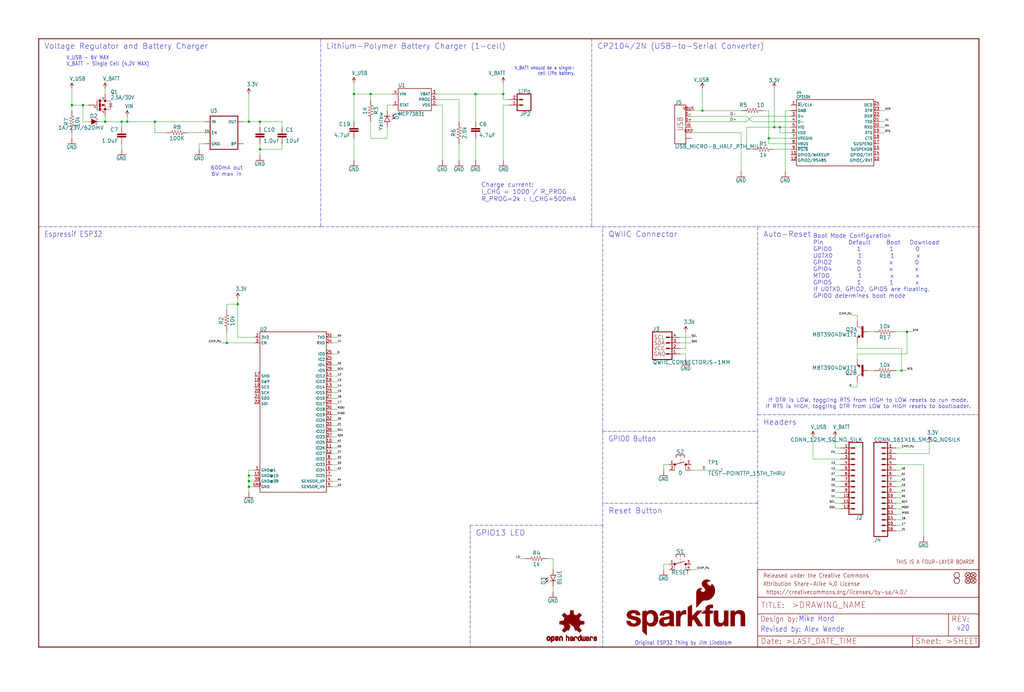
<source format=kicad_sch>
(kicad_sch (version 20211123) (generator eeschema)
  (paper "User" 470.306 317.906)
  (lib_symbols
    (symbol "eagleSchem-eagle-import:1.0UF-0402-16V-10%"
      (property "Reference" "C" (at 1.524 2.921 0))
      (property "Value" "1.0UF-0402-16V-10%" (at 1.524 -2.159 0))
      (symbol "1.0UF-0402-16V-10%_1_0"
        (pin passive line (at 0 5.08 270) (length 2.54) (name "1") (number "1"))
        (pin passive line (at 0 -2.54 90) (length 2.54) (name "2") (number "2"))
      )
    )
    (symbol "eagleSchem-eagle-import:1.0UF-0603-16V-10%-X7R"
      (property "Reference" "C" (at 1.524 2.921 0))
      (property "Value" "1.0UF-0603-16V-10%-X7R" (at 1.524 -2.159 0))
      (symbol "1.0UF-0603-16V-10%-X7R_1_0"
        (pin passive line (at 0 5.08 270) (length 2.54) (name "1") (number "1"))
        (pin passive line (at 0 -2.54 90) (length 2.54) (name "2") (number "2"))
      )
    )
    (symbol "eagleSchem-eagle-import:100KOHM-0402-1{slash}16W-1%"
      (property "Reference" "R" (at 0 1.524 0))
      (property "Value" "100KOHM-0402-1{slash}16W-1%" (at 0 -1.524 0))
      (symbol "100KOHM-0402-1{slash}16W-1%_1_0"
        (pin passive line (at -5.08 0 0) (length 2.54) (name "1") (number "1"))
        (pin passive line (at 5.08 0 180) (length 2.54) (name "2") (number "2"))
      )
    )
    (symbol "eagleSchem-eagle-import:10KOHM-0603-1{slash}10W-1%"
      (property "Reference" "R" (at 0 1.524 0))
      (property "Value" "10KOHM-0603-1{slash}10W-1%" (at 0 -1.524 0))
      (symbol "10KOHM-0603-1{slash}10W-1%_1_0"
        (pin passive line (at -5.08 0 0) (length 2.54) (name "1") (number "1"))
        (pin passive line (at 5.08 0 180) (length 2.54) (name "2") (number "2"))
      )
    )
    (symbol "eagleSchem-eagle-import:10OHM-0603-1{slash}10W-5%"
      (property "Reference" "R" (at 0 1.524 0))
      (property "Value" "10OHM-0603-1{slash}10W-5%" (at 0 -1.524 0))
      (symbol "10OHM-0603-1{slash}10W-5%_1_0"
        (pin passive line (at -5.08 0 0) (length 2.54) (name "1") (number "1"))
        (pin passive line (at 5.08 0 180) (length 2.54) (name "2") (number "2"))
      )
    )
    (symbol "eagleSchem-eagle-import:10UF-0603-6.3V-20%"
      (property "Reference" "C" (at 1.524 2.921 0))
      (property "Value" "10UF-0603-6.3V-20%" (at 1.524 -2.159 0))
      (symbol "10UF-0603-6.3V-20%_1_0"
        (pin passive line (at 0 5.08 270) (length 2.54) (name "1") (number "1"))
        (pin passive line (at 0 -2.54 90) (length 2.54) (name "2") (number "2"))
      )
    )
    (symbol "eagleSchem-eagle-import:1KOHM-0603-1{slash}10W-1%"
      (property "Reference" "R" (at 0 1.524 0))
      (property "Value" "1KOHM-0603-1{slash}10W-1%" (at 0 -1.524 0))
      (symbol "1KOHM-0603-1{slash}10W-1%_1_0"
        (pin passive line (at -5.08 0 0) (length 2.54) (name "1") (number "1"))
        (pin passive line (at 5.08 0 180) (length 2.54) (name "2") (number "2"))
      )
    )
    (symbol "eagleSchem-eagle-import:1KOHM-1{slash}10W-1%(0603)"
      (property "Reference" "R" (at 0 1.524 0))
      (property "Value" "1KOHM-1{slash}10W-1%(0603)" (at 0 -1.524 0))
      (symbol "1KOHM-1{slash}10W-1%(0603)_1_0"
        (pin passive line (at -5.08 0 0) (length 2.54) (name "1") (number "1"))
        (pin passive line (at 5.08 0 180) (length 2.54) (name "2") (number "2"))
      )
    )
    (symbol "eagleSchem-eagle-import:2.0KOHM1{slash}10W5%(0603)"
      (property "Reference" "R" (at 0 1.524 0))
      (property "Value" "2.0KOHM1{slash}10W5%(0603)" (at 0 -1.524 0))
      (symbol "2.0KOHM1{slash}10W5%(0603)_1_0"
        (pin passive line (at -5.08 0 0) (length 2.54) (name "1") (number "1"))
        (pin passive line (at 5.08 0 180) (length 2.54) (name "2") (number "2"))
      )
    )
    (symbol "eagleSchem-eagle-import:3.3V" (power)
      (property "Value" "3.3V" (at 0 2.794 0))
      (symbol "3.3V_1_0"
        (pin power_in line (at 0 0 90) (length 2.54) (name "3.3V") (number "1"))
      )
    )
    (symbol "eagleSchem-eagle-import:4.7UF0603"
      (property "Reference" "C" (at 1.524 2.921 0))
      (property "Value" "4.7UF0603" (at 1.524 -2.159 0))
      (symbol "4.7UF0603_1_0"
        (pin passive line (at 0 5.08 270) (length 2.54) (name "1") (number "1"))
        (pin passive line (at 0 -2.54 90) (length 2.54) (name "2") (number "2"))
      )
    )
    (symbol "eagleSchem-eagle-import:CONN_02-JST-2MM-SMT"
      (property "Reference" "J" (at -2.54 5.588 0))
      (property "Value" "CONN_02-JST-2MM-SMT" (at -2.54 -4.826 0))
      (symbol "CONN_02-JST-2MM-SMT_1_0"
        (pin passive line (at 7.62 2.54 180) (length 5.08) (name "2") (number "1"))
        (pin passive line (at 7.62 0 180) (length 5.08) (name "1") (number "2"))
      )
    )
    (symbol "eagleSchem-eagle-import:CONN_12SM_SQ_NO_SILK"
      (property "Reference" "J" (at 0 15.748 0))
      (property "Value" "CONN_12SM_SQ_NO_SILK" (at 0 -20.066 0))
      (symbol "CONN_12SM_SQ_NO_SILK_1_0"
        (pin passive line (at 10.16 -15.24 180) (length 5.08) (name "1") (number "1"))
        (pin passive line (at 10.16 7.62 180) (length 5.08) (name "10") (number "10"))
        (pin passive line (at 10.16 10.16 180) (length 5.08) (name "11") (number "11"))
        (pin passive line (at 10.16 12.7 180) (length 5.08) (name "12") (number "12"))
        (pin passive line (at 10.16 -12.7 180) (length 5.08) (name "2") (number "2"))
        (pin passive line (at 10.16 -10.16 180) (length 5.08) (name "3") (number "3"))
        (pin passive line (at 10.16 -7.62 180) (length 5.08) (name "4") (number "4"))
        (pin passive line (at 10.16 -5.08 180) (length 5.08) (name "5") (number "5"))
        (pin passive line (at 10.16 -2.54 180) (length 5.08) (name "6") (number "6"))
        (pin passive line (at 10.16 0 180) (length 5.08) (name "7") (number "7"))
        (pin passive line (at 10.16 2.54 180) (length 5.08) (name "8") (number "8"))
        (pin passive line (at 10.16 5.08 180) (length 5.08) (name "9") (number "9"))
      )
    )
    (symbol "eagleSchem-eagle-import:CONN_161X16_SM_SQ_NOSILK"
      (property "Reference" "J" (at 0 20.828 0))
      (property "Value" "CONN_161X16_SM_SQ_NOSILK" (at 0 -25.146 0))
      (symbol "CONN_161X16_SM_SQ_NOSILK_1_0"
        (pin passive line (at 10.16 -20.32 180) (length 5.08) (name "1") (number "1"))
        (pin passive line (at 10.16 2.54 180) (length 5.08) (name "10") (number "10"))
        (pin passive line (at 10.16 5.08 180) (length 5.08) (name "11") (number "11"))
        (pin passive line (at 10.16 7.62 180) (length 5.08) (name "12") (number "12"))
        (pin passive line (at 10.16 10.16 180) (length 5.08) (name "13") (number "13"))
        (pin passive line (at 10.16 12.7 180) (length 5.08) (name "14") (number "14"))
        (pin passive line (at 10.16 15.24 180) (length 5.08) (name "15") (number "15"))
        (pin passive line (at 10.16 17.78 180) (length 5.08) (name "16") (number "16"))
        (pin passive line (at 10.16 -17.78 180) (length 5.08) (name "2") (number "2"))
        (pin passive line (at 10.16 -15.24 180) (length 5.08) (name "3") (number "3"))
        (pin passive line (at 10.16 -12.7 180) (length 5.08) (name "4") (number "4"))
        (pin passive line (at 10.16 -10.16 180) (length 5.08) (name "5") (number "5"))
        (pin passive line (at 10.16 -7.62 180) (length 5.08) (name "6") (number "6"))
        (pin passive line (at 10.16 -5.08 180) (length 5.08) (name "7") (number "7"))
        (pin passive line (at 10.16 -2.54 180) (length 5.08) (name "8") (number "8"))
        (pin passive line (at 10.16 0 180) (length 5.08) (name "9") (number "9"))
      )
    )
    (symbol "eagleSchem-eagle-import:CP2102N"
      (property "Reference" "U" (at -17.78 17.78 0))
      (property "Value" "CP2102N" (at -17.78 15.748 0))
      (symbol "CP2102N_1_0"
        (pin bidirectional line (at -20.32 12.7 0) (length 2.54) (name "~{RI}/CLK") (number "1"))
        (pin bidirectional line (at -20.32 -10.16 0) (length 2.54) (name "GPIO3/WAKEUP") (number "11"))
        (pin bidirectional line (at -20.32 -12.7 0) (length 2.54) (name "GPIO2/RS485") (number "12"))
        (pin bidirectional line (at 20.32 -12.7 180) (length 2.54) (name "GPIO1/RXT") (number "13"))
        (pin bidirectional line (at 20.32 -10.16 180) (length 2.54) (name "GPIO0/TXT") (number "14"))
        (pin bidirectional line (at 20.32 -7.62 180) (length 2.54) (name "SUSPENDB") (number "15"))
        (pin bidirectional line (at 20.32 -5.08 180) (length 2.54) (name "SUSPEND") (number "17"))
        (pin bidirectional line (at 20.32 -2.54 180) (length 2.54) (name "CTS") (number "18"))
        (pin bidirectional line (at 20.32 0 180) (length 2.54) (name "RTS") (number "19"))
        (pin bidirectional line (at -20.32 10.16 0) (length 2.54) (name "GND") (number "2"))
        (pin bidirectional line (at 20.32 2.54 180) (length 2.54) (name "RXD") (number "20"))
        (pin bidirectional line (at 20.32 5.08 180) (length 2.54) (name "TXD") (number "21"))
        (pin bidirectional line (at 20.32 7.62 180) (length 2.54) (name "DSR") (number "22"))
        (pin bidirectional line (at 20.32 10.16 180) (length 2.54) (name "DTR") (number "23"))
        (pin bidirectional line (at 20.32 12.7 180) (length 2.54) (name "DCD") (number "24"))
        (pin bidirectional line (at -20.32 7.62 0) (length 2.54) (name "D+") (number "3"))
        (pin bidirectional line (at -20.32 5.08 0) (length 2.54) (name "D-") (number "4"))
        (pin bidirectional line (at -20.32 2.54 0) (length 2.54) (name "VIO") (number "5"))
        (pin bidirectional line (at -20.32 0 0) (length 2.54) (name "VDD") (number "6"))
        (pin bidirectional line (at -20.32 -2.54 0) (length 2.54) (name "VREGIN") (number "7"))
        (pin bidirectional line (at -20.32 -5.08 0) (length 2.54) (name "VBUS") (number "8"))
        (pin bidirectional line (at -20.32 -7.62 0) (length 2.54) (name "~{RSTB}") (number "9"))
        (pin bidirectional line (at -20.32 10.16 0) (length 2.54) (name "GND") (number "PAD"))
      )
    )
    (symbol "eagleSchem-eagle-import:DIODE-SCHOTTKY-BAT20J"
      (property "Reference" "D" (at -2.54 2.032 0))
      (property "Value" "DIODE-SCHOTTKY-BAT20J" (at -2.54 -2.032 0))
      (symbol "DIODE-SCHOTTKY-BAT20J_1_0"
        (pin passive line (at -2.54 0 0) (length 0) (name "A") (number "A"))
        (pin passive line (at 2.54 0 180) (length 0) (name "C") (number "C"))
      )
    )
    (symbol "eagleSchem-eagle-import:ESP-WROOM-32NARROW"
      (property "Reference" "U" (at -15.24 35.814 0))
      (property "Value" "ESP-WROOM-32NARROW" (at -15.24 -38.354 0))
      (symbol "ESP-WROOM-32NARROW_1_0"
        (pin bidirectional line (at -17.78 -27.94 0) (length 2.54) (name "GND@1") (number "1"))
        (pin bidirectional line (at 17.78 -15.24 180) (length 2.54) (name "IO25") (number "10"))
        (pin bidirectional line (at 17.78 -17.78 180) (length 2.54) (name "IO26") (number "11"))
        (pin bidirectional line (at 17.78 -20.32 180) (length 2.54) (name "IO27") (number "12"))
        (pin bidirectional line (at 17.78 10.16 180) (length 2.54) (name "IO14") (number "13"))
        (pin bidirectional line (at 17.78 15.24 180) (length 2.54) (name "IO12") (number "14"))
        (pin bidirectional line (at -17.78 -30.48 0) (length 2.54) (name "GND@15") (number "15"))
        (pin bidirectional line (at 17.78 12.7 180) (length 2.54) (name "IO13") (number "16"))
        (pin bidirectional line (at -17.78 15.24 0) (length 2.54) (name "SHD") (number "17"))
        (pin bidirectional line (at -17.78 12.7 0) (length 2.54) (name "SWP") (number "18"))
        (pin bidirectional line (at -17.78 10.16 0) (length 2.54) (name "SCS") (number "19"))
        (pin bidirectional line (at -17.78 33.02 0) (length 2.54) (name "3V3") (number "2"))
        (pin bidirectional line (at -17.78 7.62 0) (length 2.54) (name "SCK") (number "20"))
        (pin bidirectional line (at -17.78 5.08 0) (length 2.54) (name "SDO") (number "21"))
        (pin bidirectional line (at -17.78 2.54 0) (length 2.54) (name "SDI") (number "22"))
        (pin bidirectional line (at 17.78 7.62 180) (length 2.54) (name "IO15") (number "23"))
        (pin bidirectional line (at 17.78 22.86 180) (length 2.54) (name "IO2") (number "24"))
        (pin bidirectional line (at 17.78 25.4 180) (length 2.54) (name "IO0") (number "25"))
        (pin bidirectional line (at 17.78 20.32 180) (length 2.54) (name "IO4") (number "26"))
        (pin bidirectional line (at 17.78 5.08 180) (length 2.54) (name "IO16") (number "27"))
        (pin bidirectional line (at 17.78 2.54 180) (length 2.54) (name "IO17") (number "28"))
        (pin bidirectional line (at 17.78 17.78 180) (length 2.54) (name "IO5") (number "29"))
        (pin bidirectional line (at -17.78 30.48 0) (length 2.54) (name "EN") (number "3"))
        (pin bidirectional line (at 17.78 0 180) (length 2.54) (name "IO18") (number "30"))
        (pin bidirectional line (at 17.78 -2.54 180) (length 2.54) (name "IO19") (number "31"))
        (pin bidirectional line (at 17.78 -5.08 180) (length 2.54) (name "IO20") (number "32"))
        (pin bidirectional line (at 17.78 -7.62 180) (length 2.54) (name "IO21") (number "33"))
        (pin bidirectional line (at 17.78 30.48 180) (length 2.54) (name "RXD") (number "34"))
        (pin bidirectional line (at 17.78 33.02 180) (length 2.54) (name "TXD") (number "35"))
        (pin bidirectional line (at 17.78 -10.16 180) (length 2.54) (name "IO22") (number "36"))
        (pin bidirectional line (at 17.78 -12.7 180) (length 2.54) (name "IO23") (number "37"))
        (pin bidirectional line (at -17.78 -33.02 0) (length 2.54) (name "GND@38") (number "38"))
        (pin bidirectional line (at 17.78 -33.02 180) (length 2.54) (name "SENSOR_VP") (number "4"))
        (pin bidirectional line (at 17.78 -35.56 180) (length 2.54) (name "SENSOR_VN") (number "5"))
        (pin bidirectional line (at 17.78 -27.94 180) (length 2.54) (name "IO34") (number "6"))
        (pin bidirectional line (at 17.78 -30.48 180) (length 2.54) (name "IO35") (number "7"))
        (pin bidirectional line (at 17.78 -22.86 180) (length 2.54) (name "IO32") (number "8"))
        (pin bidirectional line (at 17.78 -25.4 180) (length 2.54) (name "IO33") (number "9"))
        (pin bidirectional line (at -17.78 -35.56 0) (length 2.54) (name "GND") (number "GND"))
      )
    )
    (symbol "eagleSchem-eagle-import:FIDUCIALUFIDUCIAL")
    (symbol "eagleSchem-eagle-import:FOUR_LAYER_WARNING"
      (symbol "FOUR_LAYER_WARNING_1_0"
        (text "THIS IS A FOUR-LAYER BOARD!" (at 0 0 0) (effects (font (size 1.778 1.5113)) (justify left bottom)))
      )
    )
    (symbol "eagleSchem-eagle-import:FRAME-LEDGER"
      (symbol "FRAME-LEDGER_2_0"
        (text " https://creativecommons.org/licenses/by-sa/4.0/" (at 2.54 24.13 0) (effects (font (size 1.9304 1.6408)) (justify left bottom)))
        (text ">DRAWING_NAME" (at 15.494 17.78 0) (effects (font (size 2.7432 2.7432)) (justify left bottom)))
        (text ">LAST_DATE_TIME" (at 12.7 1.27 0) (effects (font (size 2.54 2.54)) (justify left bottom)))
        (text ">SHEET" (at 86.36 1.27 0) (effects (font (size 2.54 2.54)) (justify left bottom)))
        (text "Attribution Share-Alike 4.0 License" (at 2.54 27.94 0) (effects (font (size 1.9304 1.6408)) (justify left bottom)))
        (text "Date:" (at 1.27 1.27 0) (effects (font (size 2.54 2.54)) (justify left bottom)))
        (text "Design by:" (at 1.27 11.43 0) (effects (font (size 2.54 2.159)) (justify left bottom)))
        (text "Released under the Creative Commons" (at 2.54 31.75 0) (effects (font (size 1.9304 1.6408)) (justify left bottom)))
        (text "REV:" (at 88.9 11.43 0) (effects (font (size 2.54 2.54)) (justify left bottom)))
        (text "Sheet:" (at 72.39 1.27 0) (effects (font (size 2.54 2.54)) (justify left bottom)))
        (text "TITLE:" (at 1.524 17.78 0) (effects (font (size 2.54 2.54)) (justify left bottom)))
      )
    )
    (symbol "eagleSchem-eagle-import:GND" (power)
      (property "Value" "GND" (at -2.54 -2.54 0))
      (symbol "GND_1_0"
        (pin power_in line (at 0 2.54 270) (length 2.54) (name "GND") (number "1"))
      )
    )
    (symbol "eagleSchem-eagle-import:LED-BLUE0603"
      (property "Reference" "D" (at -3.429 -4.572 90))
      (property "Value" "LED-BLUE0603" (at 1.905 -4.572 90))
      (symbol "LED-BLUE0603_1_0"
        (pin passive line (at 0 2.54 270) (length 2.54) (name "A") (number "A"))
        (pin passive line (at 0 -5.08 90) (length 2.54) (name "C") (number "C"))
      )
    )
    (symbol "eagleSchem-eagle-import:LED-YELLOW0603"
      (property "Reference" "D" (at -3.429 -4.572 90))
      (property "Value" "LED-YELLOW0603" (at 1.905 -4.572 90))
      (symbol "LED-YELLOW0603_1_0"
        (pin passive line (at 0 2.54 270) (length 2.54) (name "A") (number "A"))
        (pin passive line (at 0 -5.08 90) (length 2.54) (name "C") (number "C"))
      )
    )
    (symbol "eagleSchem-eagle-import:MCP73831"
      (property "Reference" "U" (at -7.62 5.588 0))
      (property "Value" "MCP73831" (at -7.62 -7.62 0))
      (symbol "MCP73831_1_0"
        (pin output line (at -10.16 -2.54 0) (length 2.54) (name "STAT") (number "1"))
        (pin power_in line (at 10.16 -2.54 180) (length 2.54) (name "VSS") (number "2"))
        (pin power_in line (at 10.16 2.54 180) (length 2.54) (name "VBAT") (number "3"))
        (pin power_in line (at -10.16 2.54 0) (length 2.54) (name "VIN") (number "4"))
        (pin input line (at 10.16 0 180) (length 2.54) (name "PROG") (number "5"))
      )
    )
    (symbol "eagleSchem-eagle-import:MOMENTARY-SWITCH-SPST-2-SMD-4.6X2.8MM"
      (property "Reference" "S" (at 0 4.826 0))
      (property "Value" "MOMENTARY-SWITCH-SPST-2-SMD-4.6X2.8MM" (at 0 -2.794 0))
      (symbol "MOMENTARY-SWITCH-SPST-2-SMD-4.6X2.8MM_1_0"
        (pin passive line (at -5.08 0 0) (length 2.54) (name "1") (number "1"))
        (pin passive line (at -5.08 -2.54 0) (length 2.54) (name "2") (number "2"))
        (pin passive line (at 5.08 0 180) (length 2.54) (name "3") (number "3"))
        (pin passive line (at 5.08 -2.54 180) (length 2.54) (name "4") (number "4"))
      )
    )
    (symbol "eagleSchem-eagle-import:MOSFET-PCHANNELDMG2307L"
      (property "Reference" "Q" (at 5.08 2.54 0))
      (property "Value" "MOSFET-PCHANNELDMG2307L" (at 5.08 0 0))
      (symbol "MOSFET-PCHANNELDMG2307L_1_0"
        (text "D" (at -1.27 2.54 0) (effects (font (size 0.8128 0.6908)) (justify left bottom)))
        (text "G" (at -5.08 -1.27 0) (effects (font (size 0.8128 0.6908)) (justify left bottom)))
        (text "S" (at -1.27 -3.556 0) (effects (font (size 0.8128 0.6908)) (justify left bottom)))
        (pin passive line (at -7.62 0 0) (length 2.54) (name "G") (number "1"))
        (pin passive line (at 0 -5.08 90) (length 2.54) (name "S") (number "2"))
        (pin passive line (at 0 5.08 270) (length 2.54) (name "D") (number "3"))
      )
    )
    (symbol "eagleSchem-eagle-import:OSHW-LOGOMINI")
    (symbol "eagleSchem-eagle-import:QWIIC_CONNECTORJS-1MM"
      (property "Reference" "J" (at -5.08 7.874 0))
      (property "Value" "QWIIC_CONNECTORJS-1MM" (at -5.08 -5.334 0))
      (symbol "QWIIC_CONNECTORJS-1MM_1_0"
        (text "GND" (at -4.572 -2.54 0) (effects (font (size 1.778 1.778)) (justify left)))
        (text "SCL" (at -4.572 5.08 0) (effects (font (size 1.778 1.778)) (justify left)))
        (text "SDA" (at -4.572 2.54 0) (effects (font (size 1.778 1.778)) (justify left)))
        (text "VCC" (at -4.572 0 0) (effects (font (size 1.778 1.778)) (justify left)))
        (pin power_in line (at 7.62 -2.54 180) (length 5.08) (name "1") (number "1"))
        (pin power_in line (at 7.62 0 180) (length 5.08) (name "2") (number "2"))
        (pin passive line (at 7.62 2.54 180) (length 5.08) (name "3") (number "3"))
        (pin passive line (at 7.62 5.08 180) (length 5.08) (name "4") (number "4"))
      )
    )
    (symbol "eagleSchem-eagle-import:SFE_LOGO_FLAME.1_INCH")
    (symbol "eagleSchem-eagle-import:SFE_LOGO_NAME_FLAME.1_INCH")
    (symbol "eagleSchem-eagle-import:STAND-OFFTIGHT")
    (symbol "eagleSchem-eagle-import:TEST-POINTTP_15TH_THRU"
      (property "Reference" "TP" (at -2.54 2.54 0))
      (property "Value" "TEST-POINTTP_15TH_THRU" (at -2.54 -2.54 0))
      (symbol "TEST-POINTTP_15TH_THRU_1_0"
        (pin bidirectional line (at 0 0 180) (length 0) (name "1") (number "P$1"))
      )
    )
    (symbol "eagleSchem-eagle-import:TRANS_NPN_DUAL-MBT3904DW1T1"
      (property "Reference" "Q" (at 2.54 0 0))
      (property "Value" "TRANS_NPN_DUAL-MBT3904DW1T1" (at 2.54 -2.286 0))
      (symbol "TRANS_NPN_DUAL-MBT3904DW1T1_1_0"
        (pin passive line (at 2.54 5.08 270) (length 2.54) (name "C") (number "3"))
        (pin passive line (at 2.54 -5.08 90) (length 2.54) (name "E") (number "4"))
        (pin passive line (at -2.54 0 0) (length 2.54) (name "B") (number "5"))
      )
      (symbol "TRANS_NPN_DUAL-MBT3904DW1T1_2_0"
        (pin passive line (at 2.54 -5.08 90) (length 2.54) (name "E") (number "1"))
        (pin passive line (at -2.54 0 0) (length 2.54) (name "B") (number "2"))
        (pin passive line (at 2.54 5.08 270) (length 2.54) (name "C") (number "6"))
      )
    )
    (symbol "eagleSchem-eagle-import:USB_MICRO-B_HALF_PTH_MILL"
      (property "Reference" "J" (at -2.54 10.414 0))
      (property "Value" "USB_MICRO-B_HALF_PTH_MILL" (at -2.54 -9.906 0))
      (symbol "USB_MICRO-B_HALF_PTH_MILL_1_0"
        (text "USB" (at 0 1.524 900) (effects (font (size 2.54 2.159))))
        (pin bidirectional line (at 5.08 2.54 180) (length 2.54) (name "D+") (number "D+"))
        (pin bidirectional line (at 5.08 5.08 180) (length 2.54) (name "D-") (number "D-"))
        (pin power_in line (at 5.08 -2.54 180) (length 2.54) (name "GND") (number "GND"))
        (pin bidirectional line (at 5.08 0 180) (length 2.54) (name "ID") (number "ID"))
        (pin bidirectional line (at 5.08 -5.08 180) (length 2.54) (name "SHIELD") (number "SHIELD"))
        (pin bidirectional line (at 5.08 -5.08 180) (length 2.54) (name "SHIELD") (number "SHIELD10"))
        (pin bidirectional line (at 5.08 -5.08 180) (length 2.54) (name "SHIELD") (number "SHIELD2"))
        (pin bidirectional line (at 5.08 -5.08 180) (length 2.54) (name "SHIELD") (number "SHIELD3"))
        (pin bidirectional line (at 5.08 -5.08 180) (length 2.54) (name "SHIELD") (number "SHIELD4"))
        (pin bidirectional line (at 5.08 -5.08 180) (length 2.54) (name "SHIELD") (number "SHIELD5"))
        (pin bidirectional line (at 5.08 -5.08 180) (length 2.54) (name "SHIELD") (number "SHIELD6"))
        (pin bidirectional line (at 5.08 -5.08 180) (length 2.54) (name "SHIELD") (number "SHIELD7"))
        (pin bidirectional line (at 5.08 -5.08 180) (length 2.54) (name "SHIELD") (number "SHIELD8"))
        (pin bidirectional line (at 5.08 -5.08 180) (length 2.54) (name "SHIELD") (number "SHIELD9"))
        (pin power_in line (at 5.08 7.62 180) (length 2.54) (name "VBUS") (number "VBUS"))
      )
    )
    (symbol "eagleSchem-eagle-import:VIN" (power)
      (property "Value" "VIN" (at -1.016 3.556 0))
      (symbol "VIN_1_0"
        (pin power_in line (at 0 0 90) (length 2.54) (name "VIN") (number "1"))
      )
    )
    (symbol "eagleSchem-eagle-import:V_BATT" (power)
      (property "Value" "V_BATT" (at -1.016 3.556 0))
      (symbol "V_BATT_1_0"
        (pin power_in line (at 0 0 90) (length 2.54) (name "V_BATT") (number "1"))
      )
    )
    (symbol "eagleSchem-eagle-import:V_REG_LDOSMD"
      (property "Reference" "U" (at -7.62 9.144 0))
      (property "Value" "V_REG_LDOSMD" (at -7.62 -11.43 0))
      (symbol "V_REG_LDOSMD_1_0"
        (pin input line (at -10.16 5.08 0) (length 2.54) (name "IN") (number "1"))
        (pin input line (at -10.16 -5.08 0) (length 2.54) (name "GND") (number "2"))
        (pin input line (at -10.16 0 0) (length 2.54) (name "EN") (number "3"))
        (pin input line (at 7.62 -5.08 180) (length 2.54) (name "BP") (number "4"))
        (pin passive line (at 7.62 5.08 180) (length 2.54) (name "OUT") (number "5"))
      )
    )
    (symbol "eagleSchem-eagle-import:V_USB" (power)
      (property "Value" "V_USB" (at -1.016 3.556 0))
      (symbol "V_USB_1_0"
        (pin power_in line (at 0 0 90) (length 2.54) (name "V_USB") (number "1"))
      )
    )
  )
  (junction (at 58.42 55.88))
  (junction (at 114.3 218.44))
  (junction (at 48.26 55.88))
  (junction (at 231.14 43.18))
  (junction (at 170.18 43.18))
  (junction (at 162.56 43.18))
  (junction (at 109.22 139.7))
  (junction (at 38.1 48.26))
  (junction (at 33.02 48.26))
  (junction (at 414.02 170.18))
  (junction (at 322.58 50.8))
  (junction (at 218.44 43.18))
  (junction (at 355.6 58.42))
  (junction (at 119.38 68.58))
  (junction (at 71.12 55.88))
  (junction (at 104.14 157.48))
  (junction (at 114.3 55.88))
  (junction (at 55.88 55.88))
  (junction (at 353.06 63.5))
  (junction (at 416.56 152.4))
  (junction (at 114.3 223.52))
  (junction (at 114.3 220.98))
  (junction (at 119.38 55.88))
  (junction (at 358.14 58.42))
  (wire (pts (xy 218.44 73.66) (xy 218.44 63.5)))
  (wire (pts (xy 231.14 45.72) (xy 231.14 43.18)))
  (wire (pts (xy 411.48 152.4) (xy 416.56 152.4)))
  (wire (pts (xy 114.3 223.52) (xy 114.3 226.06)))
  (wire (pts (xy 386.08 210.82) (xy 373.38 210.82)))
  (wire (pts (xy 386.08 218.44) (xy 383.54 218.44)))
  (wire (pts (xy 411.48 243.84) (xy 414.02 243.84)))
  (wire (pts (xy 411.48 208.28) (xy 426.72 208.28)))
  (wire (pts (xy 360.68 50.8) (xy 363.22 50.8)))
  (wire (pts (xy 342.9 53.34) (xy 317.5 53.34)))
  (wire (pts (xy 314.96 160.02) (xy 314.96 152.4)))
  (wire (pts (xy 91.44 66.04) (xy 91.44 68.58)))
  (wire (pts (xy 414.02 160.02) (xy 393.7 160.02)))
  (wire (pts (xy 342.9 68.58) (xy 342.9 58.42)))
  (wire (pts (xy 93.98 66.04) (xy 91.44 66.04)))
  (wire (pts (xy 119.38 55.88) (xy 129.54 55.88)))
  (wire (pts (xy 307.34 259.08) (xy 304.8 259.08)))
  (wire (pts (xy 383.54 205.74) (xy 383.54 200.66)))
  (wire (pts (xy 104.14 139.7) (xy 104.14 142.24)))
  (wire (pts (xy 426.72 208.28) (xy 426.72 203.2)))
  (wire (pts (xy 129.54 55.88) (xy 129.54 58.42)))
  (polyline (pts (xy 347.98 261.62) (xy 347.98 231.14)))
  (wire (pts (xy 231.14 45.72) (xy 233.68 45.72)))
  (wire (pts (xy 360.68 78.74) (xy 360.68 50.8)))
  (wire (pts (xy 386.08 223.52) (xy 383.54 223.52)))
  (wire (pts (xy 152.4 203.2) (xy 154.94 203.2)))
  (wire (pts (xy 312.42 160.02) (xy 314.96 160.02)))
  (wire (pts (xy 200.66 48.26) (xy 203.2 48.26)))
  (polyline (pts (xy 17.78 104.14) (xy 147.32 104.14)))
  (wire (pts (xy 403.86 55.88) (xy 406.4 55.88)))
  (wire (pts (xy 386.08 231.14) (xy 383.54 231.14)))
  (wire (pts (xy 218.44 55.88) (xy 218.44 43.18)))
  (wire (pts (xy 353.06 50.8) (xy 353.06 63.5)))
  (wire (pts (xy 350.52 50.8) (xy 353.06 50.8)))
  (wire (pts (xy 152.4 175.26) (xy 154.94 175.26)))
  (polyline (pts (xy 276.86 231.14) (xy 276.86 241.3)))
  (wire (pts (xy 393.7 177.8) (xy 391.16 177.8)))
  (wire (pts (xy 152.4 213.36) (xy 154.94 213.36)))
  (wire (pts (xy 48.26 53.34) (xy 48.26 55.88)))
  (polyline (pts (xy 347.98 231.14) (xy 347.98 198.12)))
  (wire (pts (xy 312.42 162.56) (xy 314.96 162.56)))
  (wire (pts (xy 411.48 215.9) (xy 414.02 215.9)))
  (wire (pts (xy 317.5 60.96) (xy 340.36 60.96)))
  (wire (pts (xy 170.18 43.18) (xy 162.56 43.18)))
  (wire (pts (xy 254 271.78) (xy 254 269.24)))
  (wire (pts (xy 355.6 68.58) (xy 363.22 68.58)))
  (wire (pts (xy 152.4 193.04) (xy 154.94 193.04)))
  (wire (pts (xy 152.4 154.94) (xy 154.94 154.94)))
  (polyline (pts (xy 276.86 198.12) (xy 276.86 104.14)))
  (wire (pts (xy 116.84 218.44) (xy 114.3 218.44)))
  (polyline (pts (xy 276.86 241.3) (xy 276.86 297.18)))
  (wire (pts (xy 386.08 205.74) (xy 383.54 205.74)))
  (wire (pts (xy 411.48 218.44) (xy 414.02 218.44)))
  (wire (pts (xy 48.26 40.64) (xy 48.26 43.18)))
  (wire (pts (xy 416.56 152.4) (xy 419.1 152.4)))
  (wire (pts (xy 109.22 154.94) (xy 116.84 154.94)))
  (wire (pts (xy 109.22 137.16) (xy 109.22 139.7)))
  (wire (pts (xy 401.32 152.4) (xy 398.78 152.4)))
  (wire (pts (xy 152.4 180.34) (xy 154.94 180.34)))
  (wire (pts (xy 340.36 60.96) (xy 340.36 78.74)))
  (wire (pts (xy 386.08 213.36) (xy 383.54 213.36)))
  (wire (pts (xy 411.48 231.14) (xy 414.02 231.14)))
  (wire (pts (xy 116.84 157.48) (xy 104.14 157.48)))
  (wire (pts (xy 152.4 215.9) (xy 154.94 215.9)))
  (wire (pts (xy 152.4 208.28) (xy 154.94 208.28)))
  (wire (pts (xy 71.12 60.96) (xy 71.12 55.88)))
  (wire (pts (xy 111.76 55.88) (xy 114.3 55.88)))
  (wire (pts (xy 411.48 213.36) (xy 424.18 213.36)))
  (wire (pts (xy 104.14 157.48) (xy 101.6 157.48)))
  (wire (pts (xy 33.02 63.5) (xy 33.02 60.96)))
  (wire (pts (xy 48.26 55.88) (xy 55.88 55.88)))
  (wire (pts (xy 116.84 215.9) (xy 114.3 215.9)))
  (wire (pts (xy 119.38 68.58) (xy 119.38 66.04)))
  (polyline (pts (xy 347.98 190.5) (xy 347.98 104.14)))
  (wire (pts (xy 104.14 157.48) (xy 104.14 152.4)))
  (wire (pts (xy 386.08 215.9) (xy 383.54 215.9)))
  (wire (pts (xy 358.14 60.96) (xy 358.14 58.42)))
  (polyline (pts (xy 347.98 190.5) (xy 449.58 190.5)))
  (wire (pts (xy 116.84 223.52) (xy 114.3 223.52)))
  (wire (pts (xy 231.14 48.26) (xy 233.68 48.26)))
  (wire (pts (xy 152.4 162.56) (xy 154.94 162.56)))
  (wire (pts (xy 393.7 177.8) (xy 393.7 175.26)))
  (wire (pts (xy 152.4 177.8) (xy 154.94 177.8)))
  (wire (pts (xy 162.56 73.66) (xy 162.56 63.5)))
  (wire (pts (xy 386.08 228.6) (xy 383.54 228.6)))
  (wire (pts (xy 152.4 187.96) (xy 154.94 187.96)))
  (wire (pts (xy 416.56 162.56) (xy 416.56 152.4)))
  (wire (pts (xy 114.3 55.88) (xy 119.38 55.88)))
  (wire (pts (xy 304.8 259.08) (xy 304.8 261.62)))
  (wire (pts (xy 403.86 60.96) (xy 406.4 60.96)))
  (wire (pts (xy 414.02 170.18) (xy 416.56 170.18)))
  (wire (pts (xy 152.4 182.88) (xy 154.94 182.88)))
  (wire (pts (xy 38.1 55.88) (xy 40.64 55.88)))
  (wire (pts (xy 152.4 200.66) (xy 154.94 200.66)))
  (wire (pts (xy 152.4 223.52) (xy 154.94 223.52)))
  (wire (pts (xy 411.48 241.3) (xy 414.02 241.3)))
  (wire (pts (xy 86.36 60.96) (xy 93.98 60.96)))
  (wire (pts (xy 114.3 215.9) (xy 114.3 218.44)))
  (polyline (pts (xy 271.78 17.78) (xy 271.78 104.14)))
  (wire (pts (xy 210.82 45.72) (xy 210.82 55.88)))
  (wire (pts (xy 312.42 157.48) (xy 317.5 157.48)))
  (wire (pts (xy 355.6 40.64) (xy 355.6 58.42)))
  (wire (pts (xy 152.4 190.5) (xy 154.94 190.5)))
  (wire (pts (xy 152.4 172.72) (xy 154.94 172.72)))
  (wire (pts (xy 373.38 210.82) (xy 373.38 200.66)))
  (wire (pts (xy 114.3 218.44) (xy 114.3 220.98)))
  (wire (pts (xy 177.8 48.26) (xy 177.8 50.8)))
  (wire (pts (xy 411.48 233.68) (xy 414.02 233.68)))
  (wire (pts (xy 411.48 236.22) (xy 414.02 236.22)))
  (wire (pts (xy 203.2 48.26) (xy 203.2 73.66)))
  (polyline (pts (xy 276.86 241.3) (xy 215.9 241.3)))
  (wire (pts (xy 386.08 226.06) (xy 383.54 226.06)))
  (wire (pts (xy 342.9 55.88) (xy 345.44 53.34)))
  (wire (pts (xy 345.44 68.58) (xy 342.9 68.58)))
  (wire (pts (xy 177.8 63.5) (xy 170.18 63.5)))
  (wire (pts (xy 152.4 210.82) (xy 154.94 210.82)))
  (wire (pts (xy 358.14 58.42) (xy 363.22 58.42)))
  (wire (pts (xy 317.5 261.62) (xy 320.04 261.62)))
  (wire (pts (xy 393.7 160.02) (xy 393.7 157.48)))
  (polyline (pts (xy 276.86 104.14) (xy 347.98 104.14)))
  (wire (pts (xy 55.88 55.88) (xy 58.42 55.88)))
  (wire (pts (xy 231.14 43.18) (xy 218.44 43.18)))
  (polyline (pts (xy 147.32 17.78) (xy 147.32 104.14)))
  (wire (pts (xy 241.3 256.54) (xy 238.76 256.54)))
  (wire (pts (xy 76.2 60.96) (xy 71.12 60.96)))
  (wire (pts (xy 322.58 50.8) (xy 317.5 50.8)))
  (wire (pts (xy 58.42 55.88) (xy 58.42 53.34)))
  (wire (pts (xy 424.18 213.36) (xy 424.18 246.38)))
  (wire (pts (xy 345.44 53.34) (xy 363.22 53.34)))
  (wire (pts (xy 342.9 55.88) (xy 317.5 55.88)))
  (wire (pts (xy 317.5 215.9) (xy 327.66 215.9)))
  (wire (pts (xy 363.22 66.04) (xy 353.06 66.04)))
  (wire (pts (xy 93.98 55.88) (xy 71.12 55.88)))
  (wire (pts (xy 340.36 50.8) (xy 322.58 50.8)))
  (wire (pts (xy 33.02 40.64) (xy 33.02 48.26)))
  (wire (pts (xy 411.48 220.98) (xy 414.02 220.98)))
  (wire (pts (xy 116.84 220.98) (xy 114.3 220.98)))
  (wire (pts (xy 38.1 48.26) (xy 38.1 55.88)))
  (wire (pts (xy 353.06 63.5) (xy 363.22 63.5)))
  (wire (pts (xy 322.58 50.8) (xy 322.58 40.64)))
  (wire (pts (xy 200.66 45.72) (xy 210.82 45.72)))
  (wire (pts (xy 393.7 162.56) (xy 416.56 162.56)))
  (polyline (pts (xy 347.98 104.14) (xy 449.58 104.14)))
  (wire (pts (xy 129.54 68.58) (xy 129.54 66.04)))
  (wire (pts (xy 393.7 165.1) (xy 393.7 162.56)))
  (wire (pts (xy 170.18 63.5) (xy 170.18 55.88)))
  (wire (pts (xy 152.4 195.58) (xy 154.94 195.58)))
  (wire (pts (xy 109.22 139.7) (xy 109.22 154.94)))
  (wire (pts (xy 393.7 144.78) (xy 391.16 144.78)))
  (wire (pts (xy 386.08 233.68) (xy 383.54 233.68)))
  (wire (pts (xy 152.4 167.64) (xy 154.94 167.64)))
  (wire (pts (xy 162.56 43.18) (xy 162.56 38.1)))
  (wire (pts (xy 170.18 45.72) (xy 170.18 43.18)))
  (wire (pts (xy 33.02 50.8) (xy 33.02 48.26)))
  (wire (pts (xy 411.48 170.18) (xy 414.02 170.18)))
  (wire (pts (xy 411.48 238.76) (xy 414.02 238.76)))
  (wire (pts (xy 254 261.62) (xy 254 256.54)))
  (wire (pts (xy 152.4 198.12) (xy 154.94 198.12)))
  (wire (pts (xy 231.14 43.18) (xy 231.14 38.1)))
  (wire (pts (xy 119.38 68.58) (xy 129.54 68.58)))
  (wire (pts (xy 119.38 55.88) (xy 119.38 58.42)))
  (wire (pts (xy 386.08 220.98) (xy 383.54 220.98)))
  (polyline (pts (xy 347.98 198.12) (xy 347.98 190.5)))
  (wire (pts (xy 152.4 205.74) (xy 154.94 205.74)))
  (wire (pts (xy 401.32 170.18) (xy 398.78 170.18)))
  (wire (pts (xy 71.12 55.88) (xy 58.42 55.88)))
  (wire (pts (xy 393.7 147.32) (xy 393.7 144.78)))
  (wire (pts (xy 345.44 55.88) (xy 363.22 55.88)))
  (wire (pts (xy 411.48 228.6) (xy 414.02 228.6)))
  (wire (pts (xy 355.6 58.42) (xy 358.14 58.42)))
  (wire (pts (xy 55.88 66.04) (xy 55.88 68.58)))
  (wire (pts (xy 40.64 48.26) (xy 38.1 48.26)))
  (wire (pts (xy 218.44 43.18) (xy 200.66 43.18)))
  (wire (pts (xy 152.4 185.42) (xy 154.94 185.42)))
  (wire (pts (xy 38.1 48.26) (xy 33.02 48.26)))
  (polyline (pts (xy 147.32 104.14) (xy 271.78 104.14)))
  (wire (pts (xy 411.48 226.06) (xy 414.02 226.06)))
  (polyline (pts (xy 276.86 198.12) (xy 347.98 198.12)))
  (wire (pts (xy 314.96 162.56) (xy 314.96 165.1)))
  (wire (pts (xy 109.22 139.7) (xy 104.14 139.7)))
  (wire (pts (xy 177.8 48.26) (xy 180.34 48.26)))
  (wire (pts (xy 180.34 43.18) (xy 170.18 43.18)))
  (wire (pts (xy 152.4 170.18) (xy 154.94 170.18)))
  (wire (pts (xy 231.14 48.26) (xy 231.14 73.66)))
  (wire (pts (xy 45.72 55.88) (xy 48.26 55.88)))
  (wire (pts (xy 414.02 170.18) (xy 414.02 160.02)))
  (wire (pts (xy 363.22 60.96) (xy 358.14 60.96)))
  (wire (pts (xy 152.4 157.48) (xy 154.94 157.48)))
  (wire (pts (xy 114.3 220.98) (xy 114.3 223.52)))
  (wire (pts (xy 119.38 71.12) (xy 119.38 68.58)))
  (polyline (pts (xy 215.9 241.3) (xy 215.9 297.18)))
  (wire (pts (xy 152.4 220.98) (xy 154.94 220.98)))
  (wire (pts (xy 307.34 213.36) (xy 304.8 213.36)))
  (polyline (pts (xy 276.86 198.12) (xy 276.86 231.14)))
  (wire (pts (xy 254 256.54) (xy 251.46 256.54)))
  (wire (pts (xy 177.8 58.42) (xy 177.8 63.5)))
  (wire (pts (xy 55.88 58.42) (xy 55.88 55.88)))
  (wire (pts (xy 210.82 66.04) (xy 210.82 73.66)))
  (wire (pts (xy 386.08 208.28) (xy 383.54 208.28)))
  (wire (pts (xy 411.48 205.74) (xy 414.02 205.74)))
  (wire (pts (xy 312.42 154.94) (xy 317.5 154.94)))
  (wire (pts (xy 403.86 50.8) (xy 406.4 50.8)))
  (wire (pts (xy 353.06 66.04) (xy 353.06 63.5)))
  (wire (pts (xy 403.86 58.42) (xy 406.4 58.42)))
  (wire (pts (xy 342.9 58.42) (xy 355.6 58.42)))
  (wire (pts (xy 114.3 55.88) (xy 114.3 43.18)))
  (polyline (pts (xy 347.98 231.14) (xy 276.86 231.14)))
  (wire (pts (xy 162.56 43.18) (xy 162.56 55.88)))
  (polyline (pts (xy 271.78 104.14) (xy 276.86 104.14)))
  (wire (pts (xy 304.8 213.36) (xy 304.8 215.9)))
  (wire (pts (xy 411.48 223.52) (xy 414.02 223.52)))
  (wire (pts (xy 342.9 53.34) (xy 345.44 55.88)))
  (text "Revised by: Alex Wende" (at 349.25 290.576 180) (effects (font (size 2.54 2.159)) (justify left bottom)))
  (text "QWIIC Connector" (at 279.4 109.22 180) (effects (font (size 2.54 2.54)) (justify left bottom)))
  (text "Original ESP32 Thing by Jim Lindblom" (at 291.592 296.418 180) (effects (font (size 1.778 1.5113)) (justify left bottom)))
  (text "Reset Button" (at 279.4 236.22 180) (effects (font (size 2.54 2.54)) (justify left bottom)))
  (text "Mike Hord" (at 366.776 285.75 180) (effects (font (size 2.54 2.159)) (justify left bottom)))
  (text "Charge current:\nI_CHG = 1000 / R_PROG\nR_PROG=2k : I_CHG=500mA" (at 220.98 83.82 0) (effects (font (size 2.032 2.032)) (justify left top)))
  (text "Voltage Regulator and Battery Charger" (at 20.32 22.86 180) (effects (font (size 2.54 2.54)) (justify left bottom)))
  (text "V_BATT should be a single-\ncell LiPo battery." (at 264.16 30.48 180) (effects (font (size 1.524 1.2954)) (justify right top)))
  (text "600mA out\n6V max in" (at 104.14 76.2 180) (effects (font (size 1.778 1.778)) (justify top)))
  (text "v20" (at 439.42 287.02 180) (effects (font (size 2.54 2.159)) (justify left top)))
  (text "Lithium-Polymer Battery Charger (1-cell)" (at 149.86 22.86 180) (effects (font (size 2.54 2.54)) (justify left bottom)))
  (text "GPIO13 LED" (at 218.44 246.38 180) (effects (font (size 2.54 2.54)) (justify left bottom)))
  (text "Boot Mode Configuration\nPin        Default     Boot   Download\nGPIO0        1         1       0\nU0TXD        1         1       x\nGPIO2        0         x       0\nGPIO4        0         x       x\nMTDO         1         x       x\nGPIO5        1         1       x\nIf U0TXD, GPIO2, GPIO5 are floating,\nGPIO0 determines boot mode" (at 373.38 137.16 0) (effects (font (size 1.905 1.905)) (justify left bottom)))
  (text "Espressif ESP32" (at 20.32 109.22 180) (effects (font (size 2.54 2.159)) (justify left bottom)))
  (text "GPIO0 Button" (at 279.4 203.2 180) (effects (font (size 2.54 2.159)) (justify left bottom)))
  (text "Headers" (at 350.52 195.58 180) (effects (font (size 2.54 2.54)) (justify left bottom)))
  (text "Auto-Reset" (at 350.52 109.22 180) (effects (font (size 2.54 2.54)) (justify left bottom)))
  (text "V_USB - 6V MAX\nV_BATT - Single Cell (4.2V MAX)" (at 30.48 30.48 180) (effects (font (size 1.778 1.5113)) (justify left bottom)))
  (text "If DTR is LOW, toggling RTS from HIGH to LOW resets to run mode.\nIf RTS is HIGH, toggling DTR from LOW to HIGH resets to bootloader." (at 398.78 182.88 0) (effects (font (size 1.778 1.778)) (justify top)))
  (text "CP2104/2N (USB-to-Serial Converter)" (at 274.32 22.86 180) (effects (font (size 2.54 2.54)) (justify left bottom)))
  (label "MOSI" (at 154.94 187.96 0) (effects (font (size 0.889 0.889))))
  (label "CHIP_PU" (at 320.04 261.62 0) (effects (font (size 0.889 0.889))))
  (label "RX" (at 154.94 154.94 0) (effects (font (size 0.889 0.889))))
  (label "SCL" (at 154.94 198.12 0) (effects (font (size 0.889 0.889))))
  (label "13" (at 383.54 213.36 180) (effects (font (size 0.889 0.889))))
  (label "A1" (at 414.02 218.44 0) (effects (font (size 0.889 0.889))))
  (label "SCL" (at 317.5 154.94 0) (effects (font (size 0.889 0.889))))
  (label "13" (at 154.94 175.26 0) (effects (font (size 0.889 0.889))))
  (label "17" (at 414.02 241.3 0) (effects (font (size 0.889 0.889))))
  (label "MISO" (at 154.94 190.5 0) (effects (font (size 0.889 0.889))))
  (label "14" (at 154.94 177.8 0) (effects (font (size 0.889 0.889))))
  (label "A5" (at 154.94 167.64 0) (effects (font (size 0.889 0.889))))
  (label "SCK" (at 154.94 170.18 0) (effects (font (size 0.889 0.889))))
  (label "A5" (at 414.02 228.6 0) (effects (font (size 0.889 0.889))))
  (label "CHIP_PU" (at 391.16 144.78 180) (effects (font (size 0.889 0.889))))
  (label "12" (at 383.54 215.9 180) (effects (font (size 0.889 0.889))))
  (label "13" (at 238.76 256.54 180) (effects (font (size 0.889 0.889))))
  (label "EN" (at 93.98 60.96 0) (effects (font (size 1.016 1.016))))
  (label "TX" (at 154.94 157.48 0) (effects (font (size 0.889 0.889))))
  (label "33" (at 154.94 213.36 0) (effects (font (size 0.889 0.889))))
  (label "32" (at 154.94 210.82 0) (effects (font (size 0.889 0.889))))
  (label "A2" (at 154.94 215.9 0) (effects (font (size 0.889 0.889))))
  (label "33" (at 383.54 220.98 180) (effects (font (size 0.889 0.889))))
  (label "SDA" (at 154.94 200.66 0) (effects (font (size 0.889 0.889))))
  (label "14" (at 383.54 228.6 180) (effects (font (size 0.889 0.889))))
  (label "SCL" (at 383.54 231.14 180) (effects (font (size 0.889 0.889))))
  (label "27" (at 154.94 208.28 0) (effects (font (size 0.889 0.889))))
  (label "A0" (at 154.94 205.74 0) (effects (font (size 0.889 0.889))))
  (label "0" (at 322.58 215.9 0) (effects (font (size 1.2446 1.2446))))
  (label "RTS" (at 416.56 170.18 0) (effects (font (size 0.889 0.889))))
  (label "A0" (at 414.02 215.9 0) (effects (font (size 0.889 0.889))))
  (label "RTS" (at 406.4 60.96 0) (effects (font (size 0.889 0.889))))
  (label "A2" (at 414.02 220.98 0) (effects (font (size 0.889 0.889))))
  (label "A3" (at 414.02 223.52 0) (effects (font (size 0.889 0.889))))
  (label "15" (at 383.54 223.52 180) (effects (font (size 0.889 0.889))))
  (label "27" (at 383.54 218.44 180) (effects (font (size 0.889 0.889))))
  (label "A4" (at 414.02 226.06 0) (effects (font (size 0.889 0.889))))
  (label "0" (at 154.94 162.56 0) (effects (font (size 0.889 0.889))))
  (label "32" (at 383.54 226.06 180) (effects (font (size 0.889 0.889))))
  (label "SCK" (at 414.02 231.14 0) (effects (font (size 0.889 0.889))))
  (label "16" (at 154.94 182.88 0) (effects (font (size 0.889 0.889))))
  (label "CHIP_PU" (at 414.02 205.74 0) (effects (font (size 0.889 0.889))))
  (label "RX" (at 406.4 58.42 0) (effects (font (size 0.889 0.889))))
  (label "D+" (at 335.28 55.88 0) (effects (font (size 1.2446 1.2446))))
  (label "D-" (at 335.28 53.34 0) (effects (font (size 1.2446 1.2446))))
  (label "DTR" (at 406.4 50.8 0) (effects (font (size 0.889 0.889))))
  (label "DTR" (at 419.1 152.4 0) (effects (font (size 0.889 0.889))))
  (label "A1" (at 154.94 203.2 0) (effects (font (size 0.889 0.889))))
  (label "0" (at 391.16 177.8 180) (effects (font (size 0.889 0.889))))
  (label "CHIP_PU" (at 101.6 157.48 180) (effects (font (size 0.889 0.889))))
  (label "20" (at 154.94 193.04 0) (effects (font (size 0.889 0.889))))
  (label "TX" (at 406.4 55.88 0) (effects (font (size 0.889 0.889))))
  (label "16" (at 414.02 238.76 0) (effects (font (size 0.889 0.889))))
  (label "MOSI" (at 414.02 233.68 0) (effects (font (size 0.889 0.889))))
  (label "21" (at 154.94 195.58 0) (effects (font (size 0.889 0.889))))
  (label "SDA" (at 383.54 233.68 180) (effects (font (size 0.889 0.889))))
  (label "EN" (at 383.54 208.28 180) (effects (font (size 0.889 0.889))))
  (label "21" (at 414.02 243.84 0) (effects (font (size 0.889 0.889))))
  (label "SDA" (at 317.5 157.48 0) (effects (font (size 0.889 0.889))))
  (label "MISO" (at 414.02 236.22 0) (effects (font (size 0.889 0.889))))
  (label "17" (at 154.94 185.42 0) (effects (font (size 0.889 0.889))))
  (label "12" (at 154.94 172.72 0) (effects (font (size 0.889 0.889))))
  (label "A4" (at 154.94 220.98 0) (effects (font (size 0.889 0.889))))
  (label "A3" (at 154.94 223.52 0) (effects (font (size 0.889 0.889))))
  (label "15" (at 154.94 180.34 0) (effects (font (size 0.889 0.889))))
  (symbol (lib_id "eagleSchem-eagle-import:CONN_02-JST-2MM-SMT") (at 241.3 45.72 180) (unit 1)
    (property "Reference" "JP2" (at 243.84 51.308 0) (effects (font (size 1.778 1.778)) (justify left bottom)))
    (property "Value" "LiPo" (at 243.84 40.894 0) (effects (font (size 1.778 1.778)) (justify left bottom)))
    (property "Footprint" "eagleSchem:JST-2-SMD" (effects hide))
  )
  (symbol (lib_id "eagleSchem-eagle-import:GND") (at 304.8 218.44 0) (unit 1)
    (property "Reference" "#GND10" (effects hide))
    (property "Value" "GND" (at 302.26 220.98 0) (effects (font (size 1.778 1.5113)) (justify left bottom)))
    (property "Footprint" "eagleSchem:" (effects hide))
  )
  (symbol (lib_id "eagleSchem-eagle-import:GND") (at 162.56 76.2 0) (unit 1)
    (property "Reference" "#GND41" (effects hide))
    (property "Value" "GND" (at 160.02 78.74 0) (effects (font (size 1.778 1.5113)) (justify left bottom)))
    (property "Footprint" "eagleSchem:" (effects hide))
  )
  (symbol (lib_id "eagleSchem-eagle-import:LED-YELLOW0603") (at 177.8 55.88 180) (unit 1)
    (property "Reference" "D1" (at 181.229 51.308 90) (effects (font (size 1.778 1.778)) (justify left bottom)))
    (property "Value" "Yellow" (at 175.895 51.308 90) (effects (font (size 1.778 1.778)) (justify left top)))
    (property "Footprint" "eagleSchem:LED-0603" (effects hide))
  )
  (symbol (lib_id "eagleSchem-eagle-import:USB_MICRO-B_HALF_PTH_MILL") (at 312.42 58.42 0) (unit 1)
    (property "Reference" "J5" (at 309.88 48.006 0) (effects (font (size 1.778 1.778)) (justify left bottom)))
    (property "Value" "USB_MICRO-B_HALF_PTH_MILL" (at 309.88 68.326 0) (effects (font (size 1.778 1.778)) (justify left bottom)))
    (property "Footprint" "eagleSchem:USB-MICROB-PTH-MILL" (effects hide))
  )
  (symbol (lib_id "eagleSchem-eagle-import:4.7UF0603") (at 218.44 60.96 0) (unit 1)
    (property "Reference" "C6" (at 219.964 58.039 0) (effects (font (size 1.778 1.778)) (justify left bottom)))
    (property "Value" "4.7uF" (at 219.964 63.119 0) (effects (font (size 1.778 1.778)) (justify left bottom)))
    (property "Footprint" "eagleSchem:0603" (effects hide))
  )
  (symbol (lib_id "eagleSchem-eagle-import:MOMENTARY-SWITCH-SPST-2-SMD-4.6X2.8MM") (at 312.42 259.08 0) (unit 1)
    (property "Reference" "S1" (at 312.42 254.254 0) (effects (font (size 1.778 1.778)) (justify bottom)))
    (property "Value" "RESET" (at 312.42 261.874 0) (effects (font (size 1.778 1.778)) (justify top)))
    (property "Footprint" "eagleSchem:TACTILE_SWITCH_SMD_4.6X2.8MM" (effects hide))
  )
  (symbol (lib_id "eagleSchem-eagle-import:GND") (at 114.3 228.6 0) (unit 1)
    (property "Reference" "#GND3" (effects hide))
    (property "Value" "GND" (at 111.76 231.14 0) (effects (font (size 1.778 1.5113)) (justify left bottom)))
    (property "Footprint" "eagleSchem:" (effects hide))
  )
  (symbol (lib_id "eagleSchem-eagle-import:1.0UF-0603-16V-10%-X7R") (at 55.88 63.5 0) (mirror y) (unit 1)
    (property "Reference" "C7" (at 54.356 60.579 0) (effects (font (size 1.778 1.778)) (justify left bottom)))
    (property "Value" "1.0uF" (at 54.356 65.659 0) (effects (font (size 1.778 1.778)) (justify left bottom)))
    (property "Footprint" "eagleSchem:0603" (effects hide))
  )
  (symbol (lib_id "eagleSchem-eagle-import:TRANS_NPN_DUAL-MBT3904DW1T1") (at 396.24 170.18 180) (unit 2)
    (property "Reference" "Q2" (at 393.7 170.18 0) (effects (font (size 1.778 1.778)) (justify left bottom)))
    (property "Value" "MBT3904DW1T1" (at 393.7 167.894 0) (effects (font (size 1.778 1.778)) (justify left bottom)))
    (property "Footprint" "eagleSchem:SC70-6" (effects hide))
  )
  (symbol (lib_id "eagleSchem-eagle-import:3.3V") (at 355.6 40.64 0) (unit 1)
    (property "Reference" "#SUPPLY9" (effects hide))
    (property "Value" "3.3V" (at 355.6 37.846 0) (effects (font (size 1.778 1.5113)) (justify bottom)))
    (property "Footprint" "eagleSchem:" (effects hide))
  )
  (symbol (lib_id "eagleSchem-eagle-import:V_USB") (at 162.56 38.1 0) (unit 1)
    (property "Reference" "#SUPPLY23" (effects hide))
    (property "Value" "V_USB" (at 161.544 34.544 0) (effects (font (size 1.778 1.5113)) (justify left bottom)))
    (property "Footprint" "eagleSchem:" (effects hide))
  )
  (symbol (lib_id "eagleSchem-eagle-import:SFE_LOGO_FLAME.1_INCH") (at 319.532 279.4 0) (unit 1)
    (property "Reference" "LOGO1" (effects hide))
    (property "Value" "SFE_LOGO_FLAME.1_INCH" (effects hide))
    (property "Footprint" "eagleSchem:SFE_LOGO_FLAME_.1" (effects hide))
  )
  (symbol (lib_id "eagleSchem-eagle-import:1.0UF-0402-16V-10%") (at 119.38 63.5 0) (unit 1)
    (property "Reference" "C10" (at 120.904 60.579 0) (effects (font (size 1.778 1.778)) (justify left bottom)))
    (property "Value" "1.0uF" (at 120.904 65.659 0) (effects (font (size 1.778 1.778)) (justify left bottom)))
    (property "Footprint" "eagleSchem:0402" (effects hide))
  )
  (symbol (lib_id "eagleSchem-eagle-import:FOUR_LAYER_WARNING") (at 411.48 259.08 0) (unit 1)
    (property "Reference" "LOGO4" (effects hide))
    (property "Value" "FOUR_LAYER_WARNING" (effects hide))
    (property "Footprint" "eagleSchem:FOUR_LAYER_WARNING" (effects hide))
  )
  (symbol (lib_id "eagleSchem-eagle-import:10KOHM-0603-1{slash}10W-1%") (at 406.4 170.18 180) (unit 1)
    (property "Reference" "R18" (at 406.4 171.704 0) (effects (font (size 1.778 1.778)) (justify bottom)))
    (property "Value" "10k" (at 406.4 168.656 0) (effects (font (size 1.778 1.778)) (justify top)))
    (property "Footprint" "eagleSchem:0603" (effects hide))
  )
  (symbol (lib_id "eagleSchem-eagle-import:TRANS_NPN_DUAL-MBT3904DW1T1") (at 396.24 152.4 0) (mirror y) (unit 1)
    (property "Reference" "Q2" (at 393.7 152.4 0) (effects (font (size 1.778 1.778)) (justify left bottom)))
    (property "Value" "MBT3904DW1T1" (at 393.7 154.686 0) (effects (font (size 1.778 1.778)) (justify left bottom)))
    (property "Footprint" "eagleSchem:SC70-6" (effects hide))
  )
  (symbol (lib_id "eagleSchem-eagle-import:3.3V") (at 314.96 152.4 0) (unit 1)
    (property "Reference" "#SUPPLY1" (effects hide))
    (property "Value" "3.3V" (at 313.944 148.844 0) (effects (font (size 1.778 1.5113)) (justify left bottom)))
    (property "Footprint" "eagleSchem:" (effects hide))
  )
  (symbol (lib_id "eagleSchem-eagle-import:2.0KOHM1{slash}10W5%(0603)") (at 210.82 60.96 90) (unit 1)
    (property "Reference" "R6" (at 209.296 60.96 0) (effects (font (size 1.778 1.778)) (justify bottom)))
    (property "Value" "2.0k" (at 212.344 60.96 0) (effects (font (size 1.778 1.778)) (justify top)))
    (property "Footprint" "eagleSchem:0603" (effects hide))
  )
  (symbol (lib_id "eagleSchem-eagle-import:3.3V") (at 114.3 43.18 0) (unit 1)
    (property "Reference" "#SUPPLY8" (effects hide))
    (property "Value" "3.3V" (at 113.284 39.624 0) (effects (font (size 1.778 1.5113)) (justify left bottom)))
    (property "Footprint" "eagleSchem:" (effects hide))
  )
  (symbol (lib_id "eagleSchem-eagle-import:V_USB") (at 33.02 40.64 0) (unit 1)
    (property "Reference" "#SUPPLY22" (effects hide))
    (property "Value" "V_USB" (at 32.004 37.084 0) (effects (font (size 1.778 1.5113)) (justify left bottom)))
    (property "Footprint" "eagleSchem:" (effects hide))
  )
  (symbol (lib_id "eagleSchem-eagle-import:3.3V") (at 109.22 137.16 0) (unit 1)
    (property "Reference" "#SUPPLY6" (effects hide))
    (property "Value" "3.3V" (at 108.204 133.604 0) (effects (font (size 1.778 1.5113)) (justify left bottom)))
    (property "Footprint" "eagleSchem:" (effects hide))
  )
  (symbol (lib_id "eagleSchem-eagle-import:1KOHM-1{slash}10W-1%(0603)") (at 170.18 50.8 270) (unit 1)
    (property "Reference" "R3" (at 171.704 50.8 0) (effects (font (size 1.778 1.778)) (justify bottom)))
    (property "Value" "1K" (at 168.656 50.8 0) (effects (font (size 1.778 1.778)) (justify top)))
    (property "Footprint" "eagleSchem:0603" (effects hide))
  )
  (symbol (lib_id "eagleSchem-eagle-import:GND") (at 340.36 81.28 0) (unit 1)
    (property "Reference" "#GND26" (effects hide))
    (property "Value" "GND" (at 337.82 83.82 0) (effects (font (size 1.778 1.5113)) (justify left bottom)))
    (property "Footprint" "eagleSchem:" (effects hide))
  )
  (symbol (lib_id "eagleSchem-eagle-import:1KOHM-0603-1{slash}10W-1%") (at 246.38 256.54 0) (unit 1)
    (property "Reference" "R4" (at 246.38 255.016 0) (effects (font (size 1.778 1.778)) (justify bottom)))
    (property "Value" "1k" (at 246.38 258.064 0) (effects (font (size 1.778 1.778)) (justify top)))
    (property "Footprint" "eagleSchem:0603" (effects hide))
  )
  (symbol (lib_id "eagleSchem-eagle-import:10KOHM-0603-1{slash}10W-1%") (at 406.4 152.4 180) (unit 1)
    (property "Reference" "R17" (at 406.4 153.924 0) (effects (font (size 1.778 1.778)) (justify bottom)))
    (property "Value" "10k" (at 406.4 150.876 0) (effects (font (size 1.778 1.778)) (justify top)))
    (property "Footprint" "eagleSchem:0603" (effects hide))
  )
  (symbol (lib_id "eagleSchem-eagle-import:GND") (at 254 274.32 0) (unit 1)
    (property "Reference" "#GND5" (effects hide))
    (property "Value" "GND" (at 251.46 276.86 0) (effects (font (size 1.778 1.5113)) (justify left bottom)))
    (property "Footprint" "eagleSchem:" (effects hide))
  )
  (symbol (lib_id "eagleSchem-eagle-import:V_USB") (at 322.58 40.64 0) (unit 1)
    (property "Reference" "#SUPPLY14" (effects hide))
    (property "Value" "V_USB" (at 318.516 37.592 0) (effects (font (size 1.778 1.5113)) (justify left bottom)))
    (property "Footprint" "eagleSchem:" (effects hide))
  )
  (symbol (lib_id "eagleSchem-eagle-import:GND") (at 210.82 76.2 0) (unit 1)
    (property "Reference" "#GND11" (effects hide))
    (property "Value" "GND" (at 208.28 78.74 0) (effects (font (size 1.778 1.5113)) (justify left bottom)))
    (property "Footprint" "eagleSchem:" (effects hide))
  )
  (symbol (lib_id "eagleSchem-eagle-import:4.7UF0603") (at 162.56 60.96 0) (mirror y) (unit 1)
    (property "Reference" "C19" (at 161.036 58.039 0) (effects (font (size 1.778 1.778)) (justify left bottom)))
    (property "Value" "4.7uF" (at 161.036 63.119 0) (effects (font (size 1.778 1.778)) (justify left bottom)))
    (property "Footprint" "eagleSchem:0603" (effects hide))
  )
  (symbol (lib_id "eagleSchem-eagle-import:GND") (at 424.18 248.92 0) (unit 1)
    (property "Reference" "#GND2" (effects hide))
    (property "Value" "GND" (at 421.64 251.46 0) (effects (font (size 1.778 1.5113)) (justify left bottom)))
    (property "Footprint" "eagleSchem:" (effects hide))
  )
  (symbol (lib_id "eagleSchem-eagle-import:CONN_12SM_SQ_NO_SILK") (at 396.24 220.98 180) (unit 1)
    (property "Reference" "J2" (at 396.24 236.728 0) (effects (font (size 1.778 1.778)) (justify left bottom)))
    (property "Value" "CONN_12SM_SQ_NO_SILK" (at 396.24 200.914 0) (effects (font (size 1.778 1.778)) (justify left bottom)))
    (property "Footprint" "eagleSchem:1X12_SM_SQ_NOSILK" (effects hide))
  )
  (symbol (lib_id "eagleSchem-eagle-import:MOMENTARY-SWITCH-SPST-2-SMD-4.6X2.8MM") (at 312.42 213.36 0) (unit 1)
    (property "Reference" "S2" (at 312.42 208.534 0) (effects (font (size 1.778 1.778)) (justify bottom)))
    (property "Value" "0" (at 312.42 216.154 0) (effects (font (size 1.778 1.778)) (justify top)))
    (property "Footprint" "eagleSchem:TACTILE_SWITCH_SMD_4.6X2.8MM" (effects hide))
  )
  (symbol (lib_id "eagleSchem-eagle-import:MCP73831") (at 190.5 45.72 0) (unit 1)
    (property "Reference" "U1" (at 182.88 40.132 0) (effects (font (size 1.778 1.5113)) (justify left bottom)))
    (property "Value" "MCP73831" (at 182.88 53.34 0) (effects (font (size 1.778 1.5113)) (justify left bottom)))
    (property "Footprint" "eagleSchem:SOT23-5" (effects hide))
  )
  (symbol (lib_id "eagleSchem-eagle-import:10KOHM-0603-1{slash}10W-1%") (at 33.02 55.88 90) (unit 1)
    (property "Reference" "R7" (at 31.496 55.88 0) (effects (font (size 1.778 1.778)) (justify bottom)))
    (property "Value" "10k" (at 34.544 55.88 0) (effects (font (size 1.778 1.778)) (justify top)))
    (property "Footprint" "eagleSchem:0603" (effects hide))
  )
  (symbol (lib_id "eagleSchem-eagle-import:MOSFET-PCHANNELDMG2307L") (at 48.26 48.26 0) (unit 1)
    (property "Reference" "Q1" (at 50.8 43.18 0) (effects (font (size 1.778 1.5113)) (justify left bottom)))
    (property "Value" "2.5A/30V" (at 50.8 45.72 0) (effects (font (size 1.778 1.5113)) (justify left bottom)))
    (property "Footprint" "eagleSchem:SOT23-3@1" (effects hide))
  )
  (symbol (lib_id "eagleSchem-eagle-import:10OHM-0603-1{slash}10W-5%") (at 345.44 50.8 0) (unit 1)
    (property "Reference" "R5" (at 341.376 49.276 0) (effects (font (size 1.778 1.778)) (justify bottom)))
    (property "Value" "10" (at 349.25 49.276 0) (effects (font (size 1.778 1.778)) (justify bottom)))
    (property "Footprint" "eagleSchem:0603" (effects hide))
  )
  (symbol (lib_id "eagleSchem-eagle-import:SFE_LOGO_NAME_FLAME.1_INCH") (at 287.02 292.1 0) (unit 1)
    (property "Reference" "LOGO3" (effects hide))
    (property "Value" "SFE_LOGO_NAME_FLAME.1_INCH" (effects hide))
    (property "Footprint" "eagleSchem:SFE_LOGO_NAME_FLAME_.1" (effects hide))
  )
  (symbol (lib_id "eagleSchem-eagle-import:LED-BLUE0603") (at 254 264.16 0) (unit 1)
    (property "Reference" "D3" (at 250.571 268.732 90) (effects (font (size 1.778 1.778)) (justify left bottom)))
    (property "Value" "BLUE" (at 255.905 268.732 90) (effects (font (size 1.778 1.778)) (justify left top)))
    (property "Footprint" "eagleSchem:LED-0603" (effects hide))
  )
  (symbol (lib_id "eagleSchem-eagle-import:3.3V") (at 426.72 203.2 0) (unit 1)
    (property "Reference" "#SUPPLY5" (effects hide))
    (property "Value" "3.3V" (at 425.704 199.644 0) (effects (font (size 1.778 1.5113)) (justify left bottom)))
    (property "Footprint" "eagleSchem:" (effects hide))
  )
  (symbol (lib_id "eagleSchem-eagle-import:ESP-WROOM-32NARROW") (at 134.62 187.96 0) (unit 1)
    (property "Reference" "U2" (at 119.38 152.146 0) (effects (font (size 1.778 1.5113)) (justify left bottom)))
    (property "Value" "ESP-WROOM-32NARROW" (at 119.38 226.314 0) (effects (font (size 1.778 1.5113)) (justify left top)))
    (property "Footprint" "eagleSchem:ESP-WROOM-32-NARROW" (effects hide))
    (property "Value" "ESP-WROOM-32NARROW" (effects hide))
  )
  (symbol (lib_id "eagleSchem-eagle-import:CP2102N") (at 383.54 60.96 0) (unit 1)
    (property "Reference" "U4" (at 365.76 43.18 0) (effects (font (size 1.27 1.0795)) (justify left bottom)))
    (property "Value" "CP210X" (at 365.76 45.212 0) (effects (font (size 1.27 1.0795)) (justify left bottom)))
    (property "Footprint" "eagleSchem:QFN24" (effects hide))
  )
  (symbol (lib_id "eagleSchem-eagle-import:V_USB") (at 373.38 200.66 0) (unit 1)
    (property "Reference" "#SUPPLY4" (effects hide))
    (property "Value" "V_USB" (at 372.364 197.104 0) (effects (font (size 1.778 1.5113)) (justify left bottom)))
    (property "Footprint" "eagleSchem:" (effects hide))
  )
  (symbol (lib_id "eagleSchem-eagle-import:FIDUCIALUFIDUCIAL") (at 444.5 264.16 0) (unit 1)
    (property "Reference" "FD2" (effects hide))
    (property "Value" "FIDUCIALUFIDUCIAL" (effects hide))
    (property "Footprint" "eagleSchem:FIDUCIAL-MICRO" (effects hide))
  )
  (symbol (lib_id "eagleSchem-eagle-import:GND") (at 55.88 71.12 0) (unit 1)
    (property "Reference" "#GND14" (effects hide))
    (property "Value" "GND" (at 53.34 73.66 0) (effects (font (size 1.778 1.5113)) (justify left bottom)))
    (property "Footprint" "eagleSchem:" (effects hide))
  )
  (symbol (lib_id "eagleSchem-eagle-import:GND") (at 360.68 81.28 0) (unit 1)
    (property "Reference" "#GND7" (effects hide))
    (property "Value" "GND" (at 358.14 83.82 0) (effects (font (size 1.778 1.5113)) (justify left bottom)))
    (property "Footprint" "eagleSchem:" (effects hide))
  )
  (symbol (lib_id "eagleSchem-eagle-import:10KOHM-0603-1{slash}10W-1%") (at 104.14 147.32 90) (unit 1)
    (property "Reference" "R2" (at 102.616 147.32 0) (effects (font (size 1.778 1.778)) (justify bottom)))
    (property "Value" "10k" (at 105.664 147.32 0) (effects (font (size 1.778 1.778)) (justify top)))
    (property "Footprint" "eagleSchem:0603" (effects hide))
  )
  (symbol (lib_id "eagleSchem-eagle-import:QWIIC_CONNECTORJS-1MM") (at 304.8 160.02 0) (unit 1)
    (property "Reference" "J3" (at 299.72 152.146 0) (effects (font (size 1.778 1.778)) (justify left bottom)))
    (property "Value" "QWIIC_CONNECTORJS-1MM" (at 299.72 165.354 0) (effects (font (size 1.778 1.778)) (justify left top)))
    (property "Footprint" "eagleSchem:1X04_1MM_RA" (effects hide))
  )
  (symbol (lib_id "eagleSchem-eagle-import:GND") (at 314.96 167.64 0) (unit 1)
    (property "Reference" "#GND6" (effects hide))
    (property "Value" "GND" (at 312.42 170.18 0) (effects (font (size 1.778 1.5113)) (justify left bottom)))
    (property "Footprint" "eagleSchem:" (effects hide))
  )
  (symbol (lib_id "eagleSchem-eagle-import:VIN") (at 58.42 53.34 0) (unit 1)
    (property "Reference" "#SUPPLY7" (effects hide))
    (property "Value" "VIN" (at 57.404 49.784 0) (effects (font (size 1.778 1.5113)) (justify left bottom)))
    (property "Footprint" "eagleSchem:" (effects hide))
  )
  (symbol (lib_id "eagleSchem-eagle-import:GND") (at 119.38 73.66 0) (unit 1)
    (property "Reference" "#GND21" (effects hide))
    (property "Value" "GND" (at 116.84 76.2 0) (effects (font (size 1.778 1.5113)) (justify left bottom)))
    (property "Footprint" "eagleSchem:" (effects hide))
  )
  (symbol (lib_id "eagleSchem-eagle-import:V_BATT") (at 383.54 200.66 0) (unit 1)
    (property "Reference" "#SUPPLY3" (effects hide))
    (property "Value" "V_BATT" (at 382.524 197.104 0) (effects (font (size 1.778 1.5113)) (justify left bottom)))
    (property "Footprint" "eagleSchem:" (effects hide))
  )
  (symbol (lib_id "eagleSchem-eagle-import:GND") (at 33.02 66.04 0) (unit 1)
    (property "Reference" "#GND13" (effects hide))
    (property "Value" "GND" (at 30.48 68.58 0) (effects (font (size 1.778 1.5113)) (justify left bottom)))
    (property "Footprint" "eagleSchem:" (effects hide))
  )
  (symbol (lib_id "eagleSchem-eagle-import:DIODE-SCHOTTKY-BAT20J") (at 43.18 55.88 0) (unit 1)
    (property "Reference" "D2" (at 44.958 52.2986 0) (effects (font (size 1.778 1.778)) (justify right top)))
    (property "Value" "1A/23V/620mV" (at 47.752 57.6326 0) (effects (font (size 1.778 1.778)) (justify right top)))
    (property "Footprint" "eagleSchem:SOD-323" (effects hide))
  )
  (symbol (lib_id "eagleSchem-eagle-import:100KOHM-0402-1{slash}16W-1%") (at 81.28 60.96 0) (unit 1)
    (property "Reference" "R8" (at 81.28 59.436 0) (effects (font (size 1.778 1.778)) (justify bottom)))
    (property "Value" "100K" (at 81.28 62.484 0) (effects (font (size 1.778 1.778)) (justify top)))
    (property "Footprint" "eagleSchem:0402" (effects hide))
  )
  (symbol (lib_id "eagleSchem-eagle-import:GND") (at 231.14 76.2 0) (mirror y) (unit 1)
    (property "Reference" "#GND4" (effects hide))
    (property "Value" "GND" (at 233.68 78.74 0) (effects (font (size 1.778 1.5113)) (justify left bottom)))
    (property "Footprint" "eagleSchem:" (effects hide))
  )
  (symbol (lib_id "eagleSchem-eagle-import:10UF-0603-6.3V-20%") (at 129.54 63.5 0) (unit 1)
    (property "Reference" "C1" (at 131.064 60.579 0) (effects (font (size 1.778 1.778)) (justify left bottom)))
    (property "Value" "10uF" (at 131.064 65.659 0) (effects (font (size 1.778 1.778)) (justify left bottom)))
    (property "Footprint" "eagleSchem:0603" (effects hide))
  )
  (symbol (lib_id "eagleSchem-eagle-import:1KOHM-0603-1{slash}10W-1%") (at 350.52 68.58 0) (unit 1)
    (property "Reference" "R1" (at 350.52 67.056 0) (effects (font (size 1.778 1.778)) (justify bottom)))
    (property "Value" "1k" (at 350.52 70.104 0) (effects (font (size 1.778 1.778)) (justify top)))
    (property "Footprint" "eagleSchem:0603" (effects hide))
  )
  (symbol (lib_id "eagleSchem-eagle-import:CONN_161X16_SM_SQ_NOSILK") (at 401.32 226.06 0) (mirror x) (unit 1)
    (property "Reference" "J4" (at 401.32 246.888 0) (effects (font (size 1.778 1.778)) (justify left bottom)))
    (property "Value" "CONN_161X16_SM_SQ_NOSILK" (at 401.32 200.914 0) (effects (font (size 1.778 1.778)) (justify left bottom)))
    (property "Footprint" "eagleSchem:1X16_SM_SQ_NOSILK" (effects hide))
  )
  (symbol (lib_id "eagleSchem-eagle-import:OSHW-LOGOMINI") (at 262.636 286.004 0) (unit 1)
    (property "Reference" "LOGO2" (effects hide))
    (property "Value" "OSHW-LOGOMINI" (effects hide))
    (property "Footprint" "eagleSchem:OSHW-LOGO-MINI" (effects hide))
  )
  (symbol (lib_id "eagleSchem-eagle-import:GND") (at 203.2 76.2 0) (unit 1)
    (property "Reference" "#GND9" (effects hide))
    (property "Value" "GND" (at 200.66 78.74 0) (effects (font (size 1.778 1.5113)) (justify left bottom)))
    (property "Footprint" "eagleSchem:" (effects hide))
  )
  (symbol (lib_id "eagleSchem-eagle-import:FRAME-LEDGER") (at 17.78 297.18 0) (unit 1)
    (property "Reference" "FRAME1" (effects hide))
    (property "Value" "FRAME-LEDGER" (effects hide))
    (property "Footprint" "eagleSchem:CREATIVE_COMMONS" (effects hide))
  )
  (symbol (lib_id "eagleSchem-eagle-import:V_BATT") (at 48.26 40.64 0) (unit 1)
    (property "Reference" "#SUPPLY27" (effects hide))
    (property "Value" "V_BATT" (at 47.244 37.084 0) (effects (font (size 1.778 1.5113)) (justify left bottom)))
    (property "Footprint" "eagleSchem:" (effects hide))
  )
  (symbol (lib_id "eagleSchem-eagle-import:V_BATT") (at 231.14 38.1 0) (mirror y) (unit 1)
    (property "Reference" "#SUPPLY25" (effects hide))
    (property "Value" "V_BATT" (at 232.156 34.544 0) (effects (font (size 1.778 1.5113)) (justify left bottom)))
    (property "Footprint" "eagleSchem:" (effects hide))
  )
  (symbol (lib_id "eagleSchem-eagle-import:STAND-OFFTIGHT") (at 439.42 264.16 0) (unit 1)
    (property "Reference" "H1" (effects hide))
    (property "Value" "STAND-OFFTIGHT" (effects hide))
    (property "Footprint" "eagleSchem:STAND-OFF-TIGHT" (effects hide))
  )
  (symbol (lib_id "eagleSchem-eagle-import:STAND-OFFTIGHT") (at 439.42 266.7 0) (unit 1)
    (property "Reference" "H2" (effects hide))
    (property "Value" "STAND-OFFTIGHT" (effects hide))
    (property "Footprint" "eagleSchem:STAND-OFF-TIGHT" (effects hide))
  )
  (symbol (lib_id "eagleSchem-eagle-import:FRAME-LEDGER") (at 347.98 297.18 0) (unit 2)
    (property "Reference" "FRAME1" (effects hide))
    (property "Value" "FRAME-LEDGER" (effects hide))
    (property "Footprint" "eagleSchem:CREATIVE_COMMONS" (effects hide))
  )
  (symbol (lib_id "eagleSchem-eagle-import:V_REG_LDOSMD") (at 104.14 60.96 0) (unit 1)
    (property "Reference" "U3" (at 96.52 51.816 0) (effects (font (size 1.778 1.5113)) (justify left bottom)))
    (property "Value" "AP2112K-3.3V" (at 96.52 72.39 0) (effects (font (size 1.778 1.5113)) (justify left bottom)))
    (property "Footprint" "eagleSchem:SOT23-5" (effects hide))
    (property "Value" "AP2112K-3.3V" (effects hide))
  )
  (symbol (lib_id "eagleSchem-eagle-import:GND") (at 91.44 71.12 0) (unit 1)
    (property "Reference" "#GND15" (effects hide))
    (property "Value" "GND" (at 88.9 73.66 0) (effects (font (size 1.778 1.5113)) (justify left bottom)))
    (property "Footprint" "eagleSchem:" (effects hide))
  )
  (symbol (lib_id "eagleSchem-eagle-import:GND") (at 218.44 76.2 0) (unit 1)
    (property "Reference" "#GND12" (effects hide))
    (property "Value" "GND" (at 215.9 78.74 0) (effects (font (size 1.778 1.5113)) (justify left bottom)))
    (property "Footprint" "eagleSchem:" (effects hide))
  )
  (symbol (lib_id "eagleSchem-eagle-import:FIDUCIALUFIDUCIAL") (at 447.04 264.16 0) (unit 1)
    (property "Reference" "FD1" (effects hide))
    (property "Value" "FIDUCIALUFIDUCIAL" (effects hide))
    (property "Footprint" "eagleSchem:FIDUCIAL-MICRO" (effects hide))
  )
  (symbol (lib_id "eagleSchem-eagle-import:FIDUCIALUFIDUCIAL") (at 447.04 266.7 0) (unit 1)
    (property "Reference" "FD4" (effects hide))
    (property "Value" "FIDUCIALUFIDUCIAL" (effects hide))
    (property "Footprint" "eagleSchem:FIDUCIAL-MICRO" (effects hide))
  )
  (symbol (lib_id "eagleSchem-eagle-import:TEST-POINTTP_15TH_THRU") (at 327.66 215.9 0) (unit 1)
    (property "Reference" "TP1" (at 325.12 213.36 0) (effects (font (size 1.778 1.778)) (justify left bottom)))
    (property "Value" "TEST-POINTTP_15TH_THRU" (at 325.12 218.44 0) (effects (font (size 1.778 1.778)) (justify left bottom)))
    (property "Footprint" "eagleSchem:TP_15TH" (effects hide))
  )
  (symbol (lib_id "eagleSchem-eagle-import:FIDUCIALUFIDUCIAL") (at 444.5 266.7 0) (unit 1)
    (property "Reference" "FD3" (effects hide))
    (property "Value" "FIDUCIALUFIDUCIAL" (effects hide))
    (property "Footprint" "eagleSchem:FIDUCIAL-MICRO" (effects hide))
  )
  (symbol (lib_id "eagleSchem-eagle-import:GND") (at 304.8 264.16 0) (unit 1)
    (property "Reference" "#GND1" (effects hide))
    (property "Value" "GND" (at 302.26 266.7 0) (effects (font (size 1.778 1.5113)) (justify left bottom)))
    (property "Footprint" "eagleSchem:" (effects hide))
  )
)
</source>
